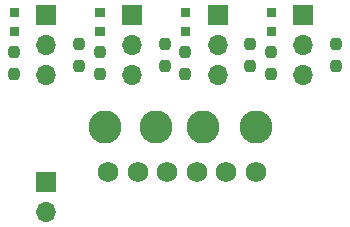
<source format=gbr>
%TF.GenerationSoftware,KiCad,Pcbnew,9.0.0*%
%TF.CreationDate,2025-08-25T22:36:10-05:00*%
%TF.ProjectId,ThermistorBreakoutPCB,54686572-6d69-4737-946f-72427265616b,rev?*%
%TF.SameCoordinates,Original*%
%TF.FileFunction,Soldermask,Top*%
%TF.FilePolarity,Negative*%
%FSLAX46Y46*%
G04 Gerber Fmt 4.6, Leading zero omitted, Abs format (unit mm)*
G04 Created by KiCad (PCBNEW 9.0.0) date 2025-08-25 22:36:10*
%MOMM*%
%LPD*%
G01*
G04 APERTURE LIST*
G04 Aperture macros list*
%AMRoundRect*
0 Rectangle with rounded corners*
0 $1 Rounding radius*
0 $2 $3 $4 $5 $6 $7 $8 $9 X,Y pos of 4 corners*
0 Add a 4 corners polygon primitive as box body*
4,1,4,$2,$3,$4,$5,$6,$7,$8,$9,$2,$3,0*
0 Add four circle primitives for the rounded corners*
1,1,$1+$1,$2,$3*
1,1,$1+$1,$4,$5*
1,1,$1+$1,$6,$7*
1,1,$1+$1,$8,$9*
0 Add four rect primitives between the rounded corners*
20,1,$1+$1,$2,$3,$4,$5,0*
20,1,$1+$1,$4,$5,$6,$7,0*
20,1,$1+$1,$6,$7,$8,$9,0*
20,1,$1+$1,$8,$9,$2,$3,0*%
G04 Aperture macros list end*
%ADD10C,0.010000*%
%ADD11RoundRect,0.237500X0.237500X-0.250000X0.237500X0.250000X-0.237500X0.250000X-0.237500X-0.250000X0*%
%ADD12R,1.700000X1.700000*%
%ADD13O,1.700000X1.700000*%
%ADD14RoundRect,0.237500X-0.237500X0.250000X-0.237500X-0.250000X0.237500X-0.250000X0.237500X0.250000X0*%
%ADD15C,1.752600*%
%ADD16C,2.800000*%
G04 APERTURE END LIST*
D10*
%TO.C,TH5*%
X128850000Y-40260000D02*
X128150000Y-40260000D01*
X128150000Y-39560000D01*
X128850000Y-39560000D01*
X128850000Y-40260000D01*
G36*
X128850000Y-40260000D02*
G01*
X128150000Y-40260000D01*
X128150000Y-39560000D01*
X128850000Y-39560000D01*
X128850000Y-40260000D01*
G37*
X128850000Y-41860000D02*
X128150000Y-41860000D01*
X128150000Y-41160000D01*
X128850000Y-41160000D01*
X128850000Y-41860000D01*
G36*
X128850000Y-41860000D02*
G01*
X128150000Y-41860000D01*
X128150000Y-41160000D01*
X128850000Y-41160000D01*
X128850000Y-41860000D01*
G37*
%TO.C,TH7*%
X114350000Y-40260000D02*
X113650000Y-40260000D01*
X113650000Y-39560000D01*
X114350000Y-39560000D01*
X114350000Y-40260000D01*
G36*
X114350000Y-40260000D02*
G01*
X113650000Y-40260000D01*
X113650000Y-39560000D01*
X114350000Y-39560000D01*
X114350000Y-40260000D01*
G37*
X114350000Y-41860000D02*
X113650000Y-41860000D01*
X113650000Y-41160000D01*
X114350000Y-41160000D01*
X114350000Y-41860000D01*
G36*
X114350000Y-41860000D02*
G01*
X113650000Y-41860000D01*
X113650000Y-41160000D01*
X114350000Y-41160000D01*
X114350000Y-41860000D01*
G37*
%TO.C,TH6*%
X121600000Y-40260000D02*
X120900000Y-40260000D01*
X120900000Y-39560000D01*
X121600000Y-39560000D01*
X121600000Y-40260000D01*
G36*
X121600000Y-40260000D02*
G01*
X120900000Y-40260000D01*
X120900000Y-39560000D01*
X121600000Y-39560000D01*
X121600000Y-40260000D01*
G37*
X121600000Y-41860000D02*
X120900000Y-41860000D01*
X120900000Y-41160000D01*
X121600000Y-41160000D01*
X121600000Y-41860000D01*
G36*
X121600000Y-41860000D02*
G01*
X120900000Y-41860000D01*
X120900000Y-41160000D01*
X121600000Y-41160000D01*
X121600000Y-41860000D01*
G37*
%TO.C,TH8*%
X107100000Y-40260000D02*
X106400000Y-40260000D01*
X106400000Y-39560000D01*
X107100000Y-39560000D01*
X107100000Y-40260000D01*
G36*
X107100000Y-40260000D02*
G01*
X106400000Y-40260000D01*
X106400000Y-39560000D01*
X107100000Y-39560000D01*
X107100000Y-40260000D01*
G37*
X107100000Y-41860000D02*
X106400000Y-41860000D01*
X106400000Y-41160000D01*
X107100000Y-41160000D01*
X107100000Y-41860000D01*
G36*
X107100000Y-41860000D02*
G01*
X106400000Y-41860000D01*
X106400000Y-41160000D01*
X107100000Y-41160000D01*
X107100000Y-41860000D01*
G37*
%TD*%
D11*
%TO.C,R12*%
X106750000Y-45122500D03*
X106750000Y-43297500D03*
%TD*%
D12*
%TO.C,J4*%
X124000000Y-40170000D03*
D13*
X124000000Y-42710000D03*
X124000000Y-45250000D03*
%TD*%
D14*
%TO.C,R9*%
X119500000Y-42635000D03*
X119500000Y-44460000D03*
%TD*%
%TO.C,R7*%
X126750000Y-42635000D03*
X126750000Y-44460000D03*
%TD*%
D15*
%TO.C,J8*%
X127216600Y-53441895D03*
X124716600Y-53441895D03*
X122216600Y-53441895D03*
X119716600Y-53441895D03*
X117216600Y-53441895D03*
X114716600Y-53441895D03*
%TD*%
D11*
%TO.C,R8*%
X121250000Y-45122500D03*
X121250000Y-43297500D03*
%TD*%
D12*
%TO.C,J6*%
X109500000Y-40170000D03*
D13*
X109500000Y-42710000D03*
X109500000Y-45250000D03*
%TD*%
D11*
%TO.C,R5*%
X128500000Y-45122500D03*
X128500000Y-43297500D03*
%TD*%
D16*
%TO.C,TP11*%
X127250000Y-49641700D03*
%TD*%
%TO.C,TP10*%
X122750000Y-49641700D03*
%TD*%
%TO.C,TP9*%
X114500000Y-49641700D03*
%TD*%
D12*
%TO.C,J5*%
X116750000Y-40170000D03*
D13*
X116750000Y-42710000D03*
X116750000Y-45250000D03*
%TD*%
D16*
%TO.C,TP8*%
X118750000Y-49641700D03*
%TD*%
D14*
%TO.C,R6*%
X134000000Y-42635000D03*
X134000000Y-44460000D03*
%TD*%
D12*
%TO.C,J3*%
X131250000Y-40170000D03*
D13*
X131250000Y-42710000D03*
X131250000Y-45250000D03*
%TD*%
D11*
%TO.C,R11*%
X114000000Y-45122500D03*
X114000000Y-43297500D03*
%TD*%
D12*
%TO.C,J1*%
X109500000Y-54250000D03*
D13*
X109500000Y-56790000D03*
%TD*%
D14*
%TO.C,R10*%
X112250000Y-42635000D03*
X112250000Y-44460000D03*
%TD*%
M02*

</source>
